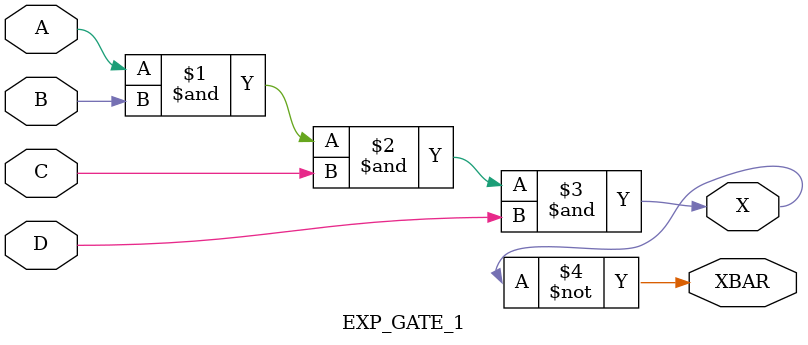
<source format=v>
module EXP_GATE_1(input A,input B,input C,input D,output X,output XBAR);
assign X = A & B & C & D;
assign XBAR = ~X;
endmodule

</source>
